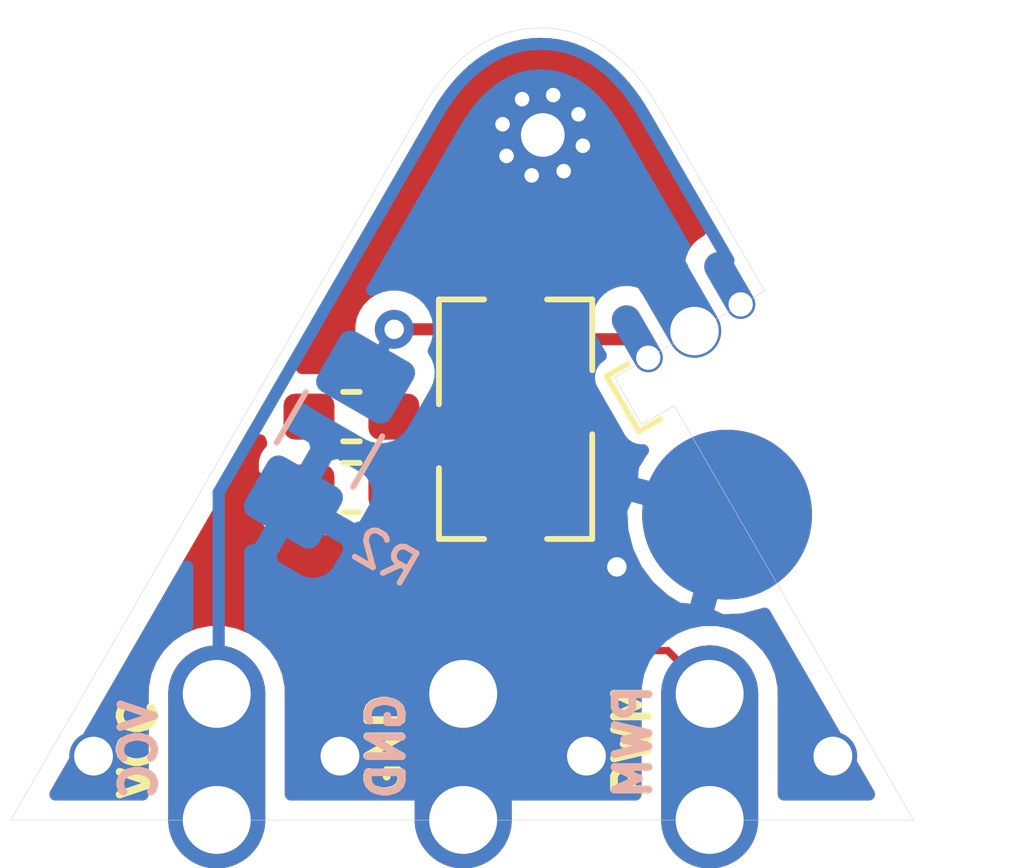
<source format=kicad_pcb>
(kicad_pcb (version 20171130) (host pcbnew 5.0.2+dfsg1-1~bpo9+1)

  (general
    (thickness 1)
    (drawings 47)
    (tracks 71)
    (zones 0)
    (modules 9)
    (nets 7)
  )

  (page User 148.488 105.004)
  (title_block
    (title Lulu_star)
    (date 2018-08-31)
    (rev 2.1.2)
    (company https://lulu.etextile.org/)
    (comment 1 "Programming light into textile.")
  )

  (layers
    (0 F.Cu jumper)
    (31 B.Cu signal)
    (32 B.Adhes user)
    (33 F.Adhes user)
    (34 B.Paste user)
    (35 F.Paste user)
    (36 B.SilkS user)
    (37 F.SilkS user)
    (38 B.Mask user)
    (39 F.Mask user)
    (40 Dwgs.User user)
    (41 Cmts.User user)
    (42 Eco1.User user)
    (43 Eco2.User user)
    (44 Edge.Cuts user)
    (45 Margin user)
    (46 B.CrtYd user)
    (47 F.CrtYd user)
    (48 B.Fab user)
    (49 F.Fab user)
  )

  (setup
    (last_trace_width 0.25)
    (trace_clearance 0.2)
    (zone_clearance 0.4)
    (zone_45_only yes)
    (trace_min 0.15)
    (segment_width 0.2)
    (edge_width 0.2)
    (via_size 0.8)
    (via_drill 0.4)
    (via_min_size 0.4)
    (via_min_drill 0.3)
    (uvia_size 0.3)
    (uvia_drill 0.1)
    (uvias_allowed no)
    (uvia_min_size 0.2)
    (uvia_min_drill 0.1)
    (pcb_text_width 0.3)
    (pcb_text_size 1.5 1.5)
    (mod_edge_width 0.15)
    (mod_text_size 1 1)
    (mod_text_width 0.15)
    (pad_size 3.5 3.5)
    (pad_drill 0)
    (pad_to_mask_clearance 0)
    (solder_mask_min_width 0.25)
    (aux_axis_origin 0 0)
    (visible_elements FFFFFF7F)
    (pcbplotparams
      (layerselection 0x010fc_ffffffff)
      (usegerberextensions false)
      (usegerberattributes false)
      (usegerberadvancedattributes false)
      (creategerberjobfile false)
      (excludeedgelayer true)
      (linewidth 0.100000)
      (plotframeref false)
      (viasonmask false)
      (mode 1)
      (useauxorigin false)
      (hpglpennumber 1)
      (hpglpenspeed 20)
      (hpglpendiameter 15.000000)
      (psnegative false)
      (psa4output false)
      (plotreference true)
      (plotvalue true)
      (plotinvisibletext false)
      (padsonsilk false)
      (subtractmaskfromsilk false)
      (outputformat 1)
      (mirror false)
      (drillshape 0)
      (scaleselection 1)
      (outputdirectory "Lulu_star_213_GERBER/"))
  )

  (net 0 "")
  (net 1 "Net-(Q1-Pad2)")
  (net 2 GND)
  (net 3 "Net-(Q1-Pad1)")
  (net 4 /PWM)
  (net 5 "Net-(LED1-Pad1)")
  (net 6 +3V3)

  (net_class Default "This is the default net class."
    (clearance 0.2)
    (trace_width 0.25)
    (via_dia 0.8)
    (via_drill 0.4)
    (uvia_dia 0.3)
    (uvia_drill 0.1)
    (add_net GND)
    (add_net "Net-(Q1-Pad2)")
  )

  (net_class POWER ""
    (clearance 0.2)
    (trace_width 0.25)
    (via_dia 0.8)
    (via_drill 0.4)
    (uvia_dia 0.3)
    (uvia_drill 0.1)
    (add_net +3V3)
    (add_net "Net-(LED1-Pad1)")
  )

  (net_class SIG ""
    (clearance 0.2)
    (trace_width 0.15)
    (via_dia 0.8)
    (via_drill 0.4)
    (uvia_dia 0.3)
    (uvia_drill 0.1)
    (add_net /PWM)
    (add_net "Net-(Q1-Pad1)")
  )

  (module Lulu_footprints:Lulu_brass_tube_pad (layer F.Cu) (tedit 5BF2A7E2) (tstamp 5BF2A494)
    (at 75.33894 39.19982 90)
    (descr www.etextile.org)
    (tags eTextile)
    (zone_connect 1)
    (attr smd)
    (fp_text reference P1 (at 0.254 1.143 90) (layer F.SilkS) hide
      (effects (font (size 1 1) (thickness 0.15)))
    )
    (fp_text value Soldering_pad (at -1.018116 -4.840572) (layer F.Fab) hide
      (effects (font (size 1 1) (thickness 0.15)))
    )
    (pad "" smd circle (at 0.01304 -0.02662 120) (size 3.5 3.5) (layers B.Cu B.Paste B.Mask)
      (net 2 GND) (zone_connect 1) (thermal_gap 0.3))
  )

  (module Resistor_SMD:R_1206_3216Metric_Pad1.42x1.75mm_HandSolder (layer B.Cu) (tedit 5BED5F9C) (tstamp 5B7F7813)
    (at 67.11696 37.63772 240)
    (descr "Resistor SMD 1206 (3216 Metric), square (rectangular) end terminal, IPC_7351 nominal with elongated pad for handsoldering. (Body size source: http://www.tortai-tech.com/upload/download/2011102023233369053.pdf), generated with kicad-footprint-generator")
    (tags "resistor handsolder")
    (path /5B7C8445)
    (attr smd)
    (fp_text reference R2 (at 1.516269 -2.209906 330) (layer B.SilkS)
      (effects (font (size 0.7 0.7) (thickness 0.12)) (justify mirror))
    )
    (fp_text value "2.7 Ohm" (at -0.68 2.52 240) (layer B.Fab)
      (effects (font (size 1 1) (thickness 0.15)) (justify mirror))
    )
    (fp_text user %R (at 0 0 240) (layer B.Fab)
      (effects (font (size 0.8 0.8) (thickness 0.12)) (justify mirror))
    )
    (fp_line (start 2.45 -1.119999) (end -2.45 -1.119999) (layer B.CrtYd) (width 0.05))
    (fp_line (start 2.45 1.119999) (end 2.45 -1.119999) (layer B.CrtYd) (width 0.05))
    (fp_line (start -2.45 1.119999) (end 2.45 1.119999) (layer B.CrtYd) (width 0.05))
    (fp_line (start -2.45 -1.119999) (end -2.45 1.119999) (layer B.CrtYd) (width 0.05))
    (fp_line (start -0.602064 -0.91) (end 0.602064 -0.91) (layer B.SilkS) (width 0.12))
    (fp_line (start -0.602064 0.91) (end 0.602064 0.91) (layer B.SilkS) (width 0.12))
    (fp_line (start 1.6 -0.8) (end -1.6 -0.8) (layer B.Fab) (width 0.1))
    (fp_line (start 1.6 0.8) (end 1.6 -0.8) (layer B.Fab) (width 0.1))
    (fp_line (start -1.6 0.8) (end 1.6 0.8) (layer B.Fab) (width 0.1))
    (fp_line (start -1.6 -0.8) (end -1.6 0.8) (layer B.Fab) (width 0.1))
    (pad 2 smd roundrect (at 1.4875 0 240) (size 1.425 1.75) (layers B.Cu B.Paste B.Mask) (roundrect_rratio 0.175)
      (net 2 GND) (zone_connect 1))
    (pad 1 smd roundrect (at -1.4875 0 240) (size 1.425 1.75) (layers B.Cu B.Paste B.Mask) (roundrect_rratio 0.175439)
      (net 1 "Net-(Q1-Pad2)"))
    (model ${KISYS3DMOD}/Resistor_SMD.3dshapes/R_1206_3216Metric.wrl
      (at (xyz 0 0 0))
      (scale (xyz 1 1 1))
      (rotate (xyz 0 0 0))
    )
  )

  (module Lulu_footprints:Lulu_plug_3_spaced (layer F.Cu) (tedit 5BEECFC5) (tstamp 5BEE91EC)
    (at 69.87286 44.1833)
    (descr www.etextile.org)
    (tags eTextile)
    (path /5B7D3F18)
    (zone_connect 0)
    (fp_text reference J1 (at 0 -2.921) (layer F.SilkS) hide
      (effects (font (size 1 1) (thickness 0.15)))
    )
    (fp_text value Conn_01x03_Female (at 0 3.175) (layer F.Fab) hide
      (effects (font (size 1 1) (thickness 0.15)))
    )
    (pad 3 smd roundrect (at 5.08 0) (size 2 4.6) (layers F.Cu F.Mask) (roundrect_rratio 0.5)
      (net 4 /PWM) (zone_connect 2))
    (pad 3 thru_hole circle (at 5.08 -1.3) (size 2 2) (drill 1.4) (layers *.Cu *.Mask)
      (net 4 /PWM) (zone_connect 2))
    (pad 3 thru_hole circle (at 5.08 1.3) (size 2 2) (drill 1.4) (layers *.Cu *.Mask)
      (net 4 /PWM) (zone_connect 2))
    (pad 2 thru_hole circle (at 0 -1.3) (size 2 2) (drill 1.4) (layers *.Cu *.Mask)
      (net 2 GND) (zone_connect 2))
    (pad 2 smd roundrect (at 0 0) (size 2 4.6) (layers F.Cu F.Mask) (roundrect_rratio 0.5)
      (net 2 GND) (zone_connect 2))
    (pad 2 thru_hole circle (at 0 1.3) (size 2 2) (drill 1.4) (layers *.Cu *.Mask)
      (net 2 GND) (zone_connect 2))
    (pad 1 smd roundrect (at -5.08 0) (size 2 4.6) (layers F.Cu F.Mask) (roundrect_rratio 0.5)
      (net 6 +3V3) (zone_connect 2))
    (pad 1 thru_hole circle (at -5.08 1.3) (size 2 2) (drill 1.4) (layers *.Cu *.Mask)
      (net 6 +3V3) (zone_connect 2))
    (pad 1 thru_hole circle (at -5.08 -1.3) (size 2 2) (drill 1.4) (layers *.Cu *.Mask)
      (net 6 +3V3) (zone_connect 2))
    (pad 3 smd roundrect (at 5.08 0) (size 2 4.6) (layers B.Cu B.Mask) (roundrect_rratio 0.5)
      (net 4 /PWM) (zone_connect 2))
    (pad 1 smd roundrect (at -5.08 0) (size 2 4.6) (layers B.Cu B.Mask) (roundrect_rratio 0.5)
      (net 6 +3V3) (zone_connect 2))
    (pad 2 smd roundrect (at 0 0) (size 2 4.6) (layers B.Cu B.Mask) (roundrect_rratio 0.5)
      (net 2 GND) (zone_connect 2))
  )

  (module Lulu_footprints:Lulu_side_LED (layer F.Cu) (tedit 5BF16F2D) (tstamp 5BF22591)
    (at 74.64 35.4 30)
    (descr "LED Cree-XP http://www.cree.com/~/media/Files/Cree/LED-Components-and-Modules/XLamp/Data-and-Binning/XLampXPE2.pdf")
    (tags "LED Cree XP")
    (path /5B7C84D4)
    (clearance 0.12)
    (attr smd)
    (fp_text reference LED1 (at 2.35166 2.831161 120) (layer F.SilkS) hide
      (effects (font (size 1 1) (thickness 0.15)))
    )
    (fp_text value LED_PAD (at 2.400901 -2.571716 -60) (layer F.Fab) hide
      (effects (font (size 1 1) (thickness 0.15)))
    )
    (fp_arc (start 0 0.6) (end -0.9 0.6) (angle -180) (layer F.Fab) (width 0.1))
    (fp_line (start -2.032 -0.1016) (end -1.524 -0.1016) (layer F.SilkS) (width 0.12))
    (fp_line (start -2.032 1.2192) (end -2.032 -0.1016) (layer F.SilkS) (width 0.12))
    (fp_line (start -1.524 1.2192) (end -2.032 1.2192) (layer F.SilkS) (width 0.12))
    (fp_line (start -1.523999 10.922) (end -1.524 -1.27) (layer F.CrtYd) (width 0.05))
    (fp_line (start 1.524 10.922) (end -1.523999 10.922) (layer F.CrtYd) (width 0.05))
    (fp_line (start 1.524 -1.27) (end 1.524 10.922) (layer F.CrtYd) (width 0.05))
    (fp_line (start -1.524 -1.27) (end 1.524 -1.27) (layer F.CrtYd) (width 0.05))
    (fp_poly (pts (xy -1.5 0) (xy 1.5 0) (xy 1.5 0.6) (xy -1.5 0.6)) (layer F.Fab) (width 0))
    (fp_poly (pts (xy -1.1 0.6) (xy 1.1 0.6) (xy 1.1 10.6) (xy -1.1 10.6)) (layer F.Fab) (width 0))
    (pad "" smd custom (at -0.685801 -5.065372 30) (size 2.48 2.48) (layers B.Cu B.Mask)
      (net 2 GND) (zone_connect 2)
      (options (clearance outline) (anchor circle))
      (primitives
        (gr_poly (pts
           (xy 1.244601 3.846172) (xy 1.244601 -0.014628) (xy 0.127001 -0.014628) (xy 0.127001 3.846172)) (width 0))
      ))
    (pad "" smd custom (at -0.685801 -5.065372 30) (size 2.48 2.48) (layers F.Cu F.Mask)
      (net 2 GND) (zone_connect 2)
      (options (clearance outline) (anchor circle))
      (primitives
        (gr_poly (pts
           (xy 1.244601 3.846172) (xy 1.244601 -0.014628) (xy 0.127001 -0.014628) (xy 0.127001 3.846172)) (width 0))
      ))
    (pad 3 thru_hole circle (at -1.5494 -5.065372 30) (size 0.4 0.4) (drill 0.3) (layers *.Cu)
      (net 2 GND))
    (pad 3 thru_hole circle (at -0.685801 -5.065372 120) (size 1 1) (drill 0.9) (layers *.Cu)
      (net 2 GND))
    (pad 2 thru_hole oval (at 1.1 0 30) (size 0.6 1.5) (drill 0.5 (offset 0 -0.45)) (layers *.Cu *.Mask)
      (net 6 +3V3) (zone_connect 0))
    (pad 1 thru_hole oval (at -1.1 0 30) (size 0.6 1.5) (drill 0.5 (offset 0 -0.45)) (layers *.Cu *.Mask)
      (net 5 "Net-(LED1-Pad1)") (zone_connect 0))
    (pad 3 thru_hole oval (at 0 0 30) (size 1.1 2.3) (drill 1 (offset 0 -0.6)) (layers *.Cu *.Mask)
      (net 2 GND) (zone_connect 2))
    (pad 3 thru_hole circle (at 0.1651 -5.065372 30) (size 0.4 0.4) (drill 0.3) (layers *.Cu)
      (net 2 GND))
    (pad 3 thru_hole circle (at -0.6858 -4.2037 30) (size 0.4 0.4) (drill 0.3) (layers *.Cu)
      (net 2 GND))
    (pad 3 thru_hole circle (at -0.6858 -5.9182 30) (size 0.4 0.4) (drill 0.3) (layers *.Cu)
      (net 2 GND))
    (pad 3 thru_hole circle (at -0.089111 -5.670244 75) (size 0.4 0.4) (drill 0.3) (layers *.Cu)
      (net 2 GND))
    (pad 3 thru_hole circle (at -1.301445 -4.45791 75) (size 0.4 0.4) (drill 0.3) (layers *.Cu)
      (net 2 GND))
    (pad 3 thru_hole circle (at -0.081493 -4.459272 75) (size 0.4 0.4) (drill 0.3) (layers *.Cu)
      (net 2 GND))
    (pad 3 thru_hole circle (at -1.293827 -5.671606 75) (size 0.4 0.4) (drill 0.3) (layers *.Cu)
      (net 2 GND))
    (model /home/chevrette/Bureau/Lulu/Hardware/kicad_Lulu_star/Lulu_star_212/packages3D/Lulu_LED_tube.wrl
      (at (xyz 0 0 0))
      (scale (xyz 1 1 1))
      (rotate (xyz 0 0 0))
    )
    (model ${KIPRJMOD}/packages3D/Lulu_LED_tube.wrl
      (at (xyz 0 0 0))
      (scale (xyz 1 1 1))
      (rotate (xyz 0 0 0))
    )
  )

  (module Resistor_SMD:R_0603_1608Metric_Pad1.05x0.95mm_HandSolder (layer F.Cu) (tedit 5BF27034) (tstamp 5B90CFCC)
    (at 67.56908 38.62832 180)
    (descr "Resistor SMD 0603 (1608 Metric), square (rectangular) end terminal, IPC_7351 nominal with elongated pad for handsoldering. (Body size source: http://www.tortai-tech.com/upload/download/2011102023233369053.pdf), generated with kicad-footprint-generator")
    (tags "resistor handsolder")
    (path /5B90D0C4)
    (attr smd)
    (fp_text reference R3 (at 0 -1.43 180) (layer F.SilkS) hide
      (effects (font (size 1 1) (thickness 0.15)))
    )
    (fp_text value 10K (at 4.83616 0.01524 180) (layer F.Fab)
      (effects (font (size 1 1) (thickness 0.15)))
    )
    (fp_line (start -0.8 0.4) (end -0.8 -0.4) (layer F.Fab) (width 0.1))
    (fp_line (start -0.8 -0.4) (end 0.8 -0.4) (layer F.Fab) (width 0.1))
    (fp_line (start 0.8 -0.4) (end 0.8 0.4) (layer F.Fab) (width 0.1))
    (fp_line (start 0.8 0.4) (end -0.8 0.4) (layer F.Fab) (width 0.1))
    (fp_line (start -0.171267 -0.51) (end 0.171267 -0.51) (layer F.SilkS) (width 0.12))
    (fp_line (start -0.171267 0.51) (end 0.171267 0.51) (layer F.SilkS) (width 0.12))
    (fp_line (start -1.65 0.73) (end -1.65 -0.73) (layer F.CrtYd) (width 0.05))
    (fp_line (start -1.65 -0.73) (end 1.65 -0.73) (layer F.CrtYd) (width 0.05))
    (fp_line (start 1.65 -0.73) (end 1.65 0.73) (layer F.CrtYd) (width 0.05))
    (fp_line (start 1.65 0.73) (end -1.65 0.73) (layer F.CrtYd) (width 0.05))
    (fp_text user %R (at -0.0635 0.0635 180) (layer F.Fab)
      (effects (font (size 0.4 0.4) (thickness 0.06)))
    )
    (pad 1 smd roundrect (at -0.875 0 180) (size 1.05 0.95) (layers F.Cu F.Paste F.Mask) (roundrect_rratio 0.25)
      (net 4 /PWM))
    (pad 2 smd roundrect (at 0.875 0 180) (size 1.05 0.95) (layers F.Cu F.Paste F.Mask) (roundrect_rratio 0.25)
      (net 2 GND) (zone_connect 1))
    (model ${KISYS3DMOD}/Resistor_SMD.3dshapes/R_0603_1608Metric.wrl
      (at (xyz 0 0 0))
      (scale (xyz 1 1 1))
      (rotate (xyz 0 0 0))
    )
  )

  (module Package_TO_SOT_SMD:SOT-23 (layer F.Cu) (tedit 5BD38C73) (tstamp 5B7F784E)
    (at 70.95236 38.92804 270)
    (descr "SOT-23, Standard")
    (tags SOT-23)
    (path /5B7C8DF6)
    (attr smd)
    (fp_text reference T1 (at 0 -2.5 270) (layer F.SilkS) hide
      (effects (font (size 1 1) (thickness 0.15)))
    )
    (fp_text value Q_NPN_BEC (at 0 2.5 270) (layer F.Fab) hide
      (effects (font (size 1 1) (thickness 0.15)))
    )
    (fp_text user %R (at 0 0) (layer F.Fab)
      (effects (font (size 0.5 0.5) (thickness 0.075)))
    )
    (fp_line (start -0.7 -0.95) (end -0.7 1.5) (layer F.Fab) (width 0.1))
    (fp_line (start -0.15 -1.52) (end 0.7 -1.52) (layer F.Fab) (width 0.1))
    (fp_line (start -0.7 -0.95) (end -0.15 -1.52) (layer F.Fab) (width 0.1))
    (fp_line (start 0.7 -1.52) (end 0.7 1.52) (layer F.Fab) (width 0.1))
    (fp_line (start -0.7 1.52) (end 0.7 1.52) (layer F.Fab) (width 0.1))
    (fp_line (start 0.76 1.58) (end 0.76 0.65) (layer F.SilkS) (width 0.12))
    (fp_line (start 0.76 -1.58) (end 0.76 -0.65) (layer F.SilkS) (width 0.12))
    (fp_line (start -1.7 -1.75) (end 1.7 -1.75) (layer F.CrtYd) (width 0.05))
    (fp_line (start 1.7 -1.75) (end 1.7 1.75) (layer F.CrtYd) (width 0.05))
    (fp_line (start 1.7 1.75) (end -1.7 1.75) (layer F.CrtYd) (width 0.05))
    (fp_line (start -1.7 1.75) (end -1.7 -1.75) (layer F.CrtYd) (width 0.05))
    (fp_line (start 0.76 -1.58) (end -1.4 -1.58) (layer F.SilkS) (width 0.12))
    (fp_line (start 0.76 1.58) (end -0.7 1.58) (layer F.SilkS) (width 0.12))
    (pad 1 smd rect (at -1 -0.95 270) (size 0.9 0.8) (layers F.Cu F.Paste F.Mask)
      (net 1 "Net-(Q1-Pad2)"))
    (pad 2 smd rect (at -1 0.95 270) (size 0.9 0.8) (layers F.Cu F.Paste F.Mask)
      (net 2 GND) (zone_connect 1))
    (pad 3 smd rect (at 1 0 270) (size 0.9 0.8) (layers F.Cu F.Paste F.Mask)
      (net 3 "Net-(Q1-Pad1)"))
    (model ${KISYS3DMOD}/Package_TO_SOT_SMD.3dshapes/SOT-23.wrl
      (at (xyz 0 0 0))
      (scale (xyz 1 1 1))
      (rotate (xyz 0 0 0))
    )
  )

  (module Package_TO_SOT_SMD:SOT-23 (layer F.Cu) (tedit 5A02FF57) (tstamp 5B7F7839)
    (at 70.95236 35.508519 90)
    (descr "SOT-23, Standard")
    (tags SOT-23)
    (path /5B7C8ADD)
    (attr smd)
    (fp_text reference Q1 (at -0.0254 2.4892 90) (layer F.SilkS) hide
      (effects (font (size 1 1) (thickness 0.15)))
    )
    (fp_text value Q_NMOS_GSD (at 0 2.5 90) (layer F.Fab) hide
      (effects (font (size 1 1) (thickness 0.15)))
    )
    (fp_line (start 0.76 1.58) (end -0.7 1.58) (layer F.SilkS) (width 0.12))
    (fp_line (start 0.76 -1.58) (end -1.4 -1.58) (layer F.SilkS) (width 0.12))
    (fp_line (start -1.7 1.75) (end -1.7 -1.75) (layer F.CrtYd) (width 0.05))
    (fp_line (start 1.7 1.75) (end -1.7 1.75) (layer F.CrtYd) (width 0.05))
    (fp_line (start 1.7 -1.75) (end 1.7 1.75) (layer F.CrtYd) (width 0.05))
    (fp_line (start -1.7 -1.75) (end 1.7 -1.75) (layer F.CrtYd) (width 0.05))
    (fp_line (start 0.76 -1.58) (end 0.76 -0.65) (layer F.SilkS) (width 0.12))
    (fp_line (start 0.76 1.58) (end 0.76 0.65) (layer F.SilkS) (width 0.12))
    (fp_line (start -0.7 1.52) (end 0.7 1.52) (layer F.Fab) (width 0.1))
    (fp_line (start 0.7 -1.52) (end 0.7 1.52) (layer F.Fab) (width 0.1))
    (fp_line (start -0.7 -0.95) (end -0.15 -1.52) (layer F.Fab) (width 0.1))
    (fp_line (start -0.15 -1.52) (end 0.7 -1.52) (layer F.Fab) (width 0.1))
    (fp_line (start -0.7 -0.95) (end -0.7 1.5) (layer F.Fab) (width 0.1))
    (fp_text user %R (at 0 0 180) (layer F.Fab)
      (effects (font (size 0.5 0.5) (thickness 0.075)))
    )
    (pad 3 smd rect (at 1 0 90) (size 0.9 0.8) (layers F.Cu F.Paste F.Mask)
      (net 5 "Net-(LED1-Pad1)"))
    (pad 2 smd rect (at -1 0.95 90) (size 0.9 0.8) (layers F.Cu F.Paste F.Mask)
      (net 1 "Net-(Q1-Pad2)"))
    (pad 1 smd rect (at -1 -0.95 90) (size 0.9 0.8) (layers F.Cu F.Paste F.Mask)
      (net 3 "Net-(Q1-Pad1)"))
    (model ${KISYS3DMOD}/Package_TO_SOT_SMD.3dshapes/SOT-23.wrl
      (at (xyz 0 0 0))
      (scale (xyz 1 1 1))
      (rotate (xyz 0 0 0))
    )
  )

  (module Resistor_SMD:R_0603_1608Metric_Pad1.05x0.95mm_HandSolder (layer F.Cu) (tedit 5BF27046) (tstamp 5B7F7824)
    (at 67.56908 37.16528 180)
    (descr "Resistor SMD 0603 (1608 Metric), square (rectangular) end terminal, IPC_7351 nominal with elongated pad for handsoldering. (Body size source: http://www.tortai-tech.com/upload/download/2011102023233369053.pdf), generated with kicad-footprint-generator")
    (tags "resistor handsolder")
    (path /5B7CC755)
    (attr smd)
    (fp_text reference R1 (at -0.47 1.422 180) (layer F.SilkS) hide
      (effects (font (size 1 1) (thickness 0.15)))
    )
    (fp_text value 47K (at 3.93192 0.03556 180) (layer F.Fab)
      (effects (font (size 1 1) (thickness 0.15)))
    )
    (fp_line (start -0.8 0.4) (end -0.8 -0.4) (layer F.Fab) (width 0.1))
    (fp_line (start -0.8 -0.4) (end 0.8 -0.4) (layer F.Fab) (width 0.1))
    (fp_line (start 0.8 -0.4) (end 0.8 0.4) (layer F.Fab) (width 0.1))
    (fp_line (start 0.8 0.4) (end -0.8 0.4) (layer F.Fab) (width 0.1))
    (fp_line (start -0.171267 -0.51) (end 0.171267 -0.51) (layer F.SilkS) (width 0.12))
    (fp_line (start -0.171267 0.51) (end 0.171267 0.51) (layer F.SilkS) (width 0.12))
    (fp_line (start -1.65 0.73) (end -1.65 -0.73) (layer F.CrtYd) (width 0.05))
    (fp_line (start -1.65 -0.73) (end 1.65 -0.73) (layer F.CrtYd) (width 0.05))
    (fp_line (start 1.65 -0.73) (end 1.65 0.73) (layer F.CrtYd) (width 0.05))
    (fp_line (start 1.65 0.73) (end -1.65 0.73) (layer F.CrtYd) (width 0.05))
    (fp_text user %R (at 0 0 180) (layer F.Fab)
      (effects (font (size 0.4 0.4) (thickness 0.06)))
    )
    (pad 1 smd roundrect (at -0.875 0 180) (size 1.05 0.95) (layers F.Cu F.Paste F.Mask) (roundrect_rratio 0.25)
      (net 3 "Net-(Q1-Pad1)"))
    (pad 2 smd roundrect (at 0.875 0 180) (size 1.05 0.95) (layers F.Cu F.Paste F.Mask) (roundrect_rratio 0.25)
      (net 4 /PWM))
    (model ${KISYS3DMOD}/Resistor_SMD.3dshapes/R_0603_1608Metric.wrl
      (at (xyz 0 0 0))
      (scale (xyz 1 1 1))
      (rotate (xyz 0 0 0))
    )
  )

  (module Lulu_footprints:Lulu_brass_tube_pad (layer F.Cu) (tedit 5BF2A7EE) (tstamp 5BF2111C)
    (at 75.31232 39.18678 90)
    (descr www.etextile.org)
    (tags eTextile)
    (zone_connect 1)
    (attr smd)
    (fp_text reference P1 (at 0.254 1.143 90) (layer F.SilkS) hide
      (effects (font (size 1 1) (thickness 0.15)))
    )
    (fp_text value Soldering_pad (at -1.018116 -4.840572) (layer F.Fab) hide
      (effects (font (size 1 1) (thickness 0.15)))
    )
    (pad "" smd circle (at 0 0 120) (size 3.5 3.5) (layers F.Cu F.Paste F.Mask)
      (net 2 GND) (zone_connect 1) (thermal_gap 0.3))
  )

  (gr_text PWM (at 73.36538 43.86458 90) (layer F.SilkS) (tstamp 5BF345D2)
    (effects (font (size 0.7 0.7) (thickness 0.16)))
  )
  (gr_text VCC (at 63.17538 44.02458 90) (layer F.SilkS) (tstamp 5BF345D1)
    (effects (font (size 0.7 0.7) (thickness 0.16)))
  )
  (gr_text GND (at 68.28038 43.957914 90) (layer F.SilkS) (tstamp 5BF345D0)
    (effects (font (size 0.7 0.7) (thickness 0.16)))
  )
  (gr_line (start 69.8612 29.76223) (end 70.0072 29.64479) (layer Edge.Cuts) (width 0.01))
  (gr_line (start 73.07349 29.76103) (end 73.21174 29.88726) (layer Edge.Cuts) (width 0.01))
  (gr_line (start 72.92783 29.64359) (end 73.07349 29.76103) (layer Edge.Cuts) (width 0.01))
  (gr_line (start 71.68037 29.15572) (end 71.88352 29.18212) (layer Edge.Cuts) (width 0.01))
  (gr_line (start 71.05258 29.18212) (end 71.25573 29.15572) (layer Edge.Cuts) (width 0.01))
  (gr_line (start 70.16133 29.53682) (end 70.32285 29.43972) (layer Edge.Cuts) (width 0.01))
  (gr_line (start 70.67097 29.28272) (end 70.85753 29.22482) (layer Edge.Cuts) (width 0.01))
  (gr_line (start 70.32285 29.43972) (end 70.4925 29.35472) (layer Edge.Cuts) (width 0.01))
  (gr_line (start 72.26442 29.28272) (end 72.44252 29.35472) (layer Edge.Cuts) (width 0.01))
  (gr_line (start 71.25573 29.15572) (end 71.46805 29.14672) (layer Edge.Cuts) (width 0.01))
  (gr_line (start 76.08748 34.57134) (end 72.99546 36.35666) (layer Edge.Cuts) (width 0.01))
  (gr_line (start 73.55024 37.32972) (end 74.22282 36.94106) (layer Edge.Cuts) (width 0.01))
  (gr_line (start 72.77405 29.53602) (end 72.92783 29.64359) (layer Edge.Cuts) (width 0.01))
  (gr_line (start 70.0072 29.64479) (end 70.16133 29.53682) (layer Edge.Cuts) (width 0.01))
  (gr_line (start 69.59204 30.02214) (end 69.72294 29.88846) (layer Edge.Cuts) (width 0.01))
  (gr_line (start 70.4925 29.35472) (end 70.67097 29.28272) (layer Edge.Cuts) (width 0.01))
  (gr_line (start 73.68923 30.45687) (end 73.79013 30.61028) (layer Edge.Cuts) (width 0.01))
  (gr_line (start 72.07855 29.22482) (end 72.26442 29.28272) (layer Edge.Cuts) (width 0.01))
  (gr_line (start 70.85753 29.22482) (end 71.05258 29.18212) (layer Edge.Cuts) (width 0.01))
  (gr_line (start 72.61217 29.43932) (end 72.77405 29.53602) (layer Edge.Cuts) (width 0.01))
  (gr_line (start 73.58059 30.30697) (end 73.68923 30.45687) (layer Edge.Cuts) (width 0.01))
  (gr_line (start 73.34225 30.02094) (end 73.46528 30.16131) (layer Edge.Cuts) (width 0.01))
  (gr_line (start 73.88423 30.76582) (end 76.08748 34.57134) (layer Edge.Cuts) (width 0.01))
  (gr_line (start 73.46528 30.16131) (end 73.58059 30.30697) (layer Edge.Cuts) (width 0.01))
  (gr_line (start 72.44252 29.35472) (end 72.61217 29.43932) (layer Edge.Cuts) (width 0.01))
  (gr_line (start 72.99546 36.35666) (end 73.55024 37.32972) (layer Edge.Cuts) (width 0.01))
  (gr_line (start 60.54638 45.48792) (end 69.05008 30.76771) (layer Edge.Cuts) (width 0.01))
  (gr_line (start 69.05008 30.76771) (end 69.14388 30.61217) (layer Edge.Cuts) (width 0.01))
  (gr_line (start 79.1571 45.48792) (end 60.54638 45.48792) (layer Edge.Cuts) (width 0.01))
  (gr_line (start 69.14388 30.61217) (end 69.24506 30.45876) (layer Edge.Cuts) (width 0.01))
  (gr_line (start 69.24506 30.45876) (end 69.3533 30.30852) (layer Edge.Cuts) (width 0.01))
  (gr_line (start 74.22282 36.94106) (end 79.1571 45.48792) (layer Edge.Cuts) (width 0.01))
  (gr_line (start 69.3533 30.30852) (end 69.469 30.1625) (layer Edge.Cuts) (width 0.01))
  (gr_line (start 69.72294 29.88846) (end 69.8612 29.76223) (layer Edge.Cuts) (width 0.01))
  (gr_line (start 73.79013 30.61028) (end 73.88423 30.76582) (layer Edge.Cuts) (width 0.01))
  (gr_line (start 71.46805 29.14672) (end 71.68037 29.15572) (layer Edge.Cuts) (width 0.01))
  (gr_line (start 73.21174 29.88726) (end 73.34225 30.02094) (layer Edge.Cuts) (width 0.01))
  (gr_line (start 71.88352 29.18212) (end 72.07855 29.22482) (layer Edge.Cuts) (width 0.01))
  (gr_line (start 69.469 30.1625) (end 69.59204 30.02214) (layer Edge.Cuts) (width 0.01))
  (gr_text VCC (at 63.18808 44.03474 90) (layer B.SilkS) (tstamp 5BD1B52A)
    (effects (font (size 0.7 0.7) (thickness 0.16)) (justify mirror))
  )
  (gr_text PWM (at 73.37808 43.87474 90) (layer B.SilkS) (tstamp 5BD1B4CF)
    (effects (font (size 0.7 0.7) (thickness 0.16)) (justify mirror))
  )
  (gr_text GND (at 68.29308 43.968074 90) (layer B.SilkS) (tstamp 5B8DA57E)
    (effects (font (size 0.7 0.7) (thickness 0.16)) (justify mirror))
  )
  (gr_text V.213 (at 71.7042 36.6141 120) (layer B.Mask)
    (effects (font (size 0.9 0.9) (thickness 0.225)) (justify mirror))
  )
  (gr_text Lulu (at 70.90664 39.80688 120) (layer B.Mask)
    (effects (font (size 2 2) (thickness 0.4)) (justify mirror))
  )

  (segment (start 71.90236 36.508519) (end 71.90236 37.92804) (width 0.25) (layer F.Cu) (net 1))
  (segment (start 71.437362 36.508519) (end 71.90236 36.508519) (width 0.25) (layer F.Cu) (net 1))
  (via (at 68.45046 35.36442) (size 0.8) (drill 0.4) (layers F.Cu B.Cu) (net 1))
  (segment (start 68.45046 35.36442) (end 68.62064 35.19424) (width 0.25) (layer F.Cu) (net 1))
  (segment (start 68.45046 35.36442) (end 67.86071 36.349507) (width 0.25) (layer B.Cu) (net 1))
  (segment (start 70.293263 35.36442) (end 68.45046 35.36442) (width 0.25) (layer F.Cu) (net 1))
  (segment (start 71.437362 36.508519) (end 70.293263 35.36442) (width 0.25) (layer F.Cu) (net 1))
  (via (at 67.33286 44.1673) (size 1) (drill 0.8) (layers F.Cu B.Cu) (net 2))
  (via (at 77.49286 44.1673) (size 1) (drill 0.8) (layers F.Cu B.Cu) (net 2))
  (via (at 62.25286 44.1673) (size 1) (drill 0.8) (layers F.Cu B.Cu) (net 2))
  (via (at 72.41286 44.1673) (size 1) (drill 0.8) (layers F.Cu B.Cu) (net 2))
  (via (at 73.04024 40.26408) (size 0.8) (drill 0.4) (layers F.Cu B.Cu) (net 2))
  (segment (start 69.886706 36.508519) (end 70.00236 36.508519) (width 0.15) (layer F.Cu) (net 3))
  (segment (start 70.00236 36.508519) (end 70.00236 36.558519) (width 0.15) (layer F.Cu) (net 3))
  (segment (start 70.95236 39.32804) (end 70.95236 39.92804) (width 0.15) (layer F.Cu) (net 3))
  (segment (start 70.95236 36.908519) (end 70.95236 39.32804) (width 0.15) (layer F.Cu) (net 3))
  (segment (start 70.00236 36.508519) (end 70.55236 36.508519) (width 0.15) (layer F.Cu) (net 3))
  (segment (start 70.55236 36.508519) (end 70.95236 36.908519) (width 0.15) (layer F.Cu) (net 3))
  (segment (start 69.345599 37.16528) (end 70.00236 36.508519) (width 0.15) (layer F.Cu) (net 3))
  (segment (start 68.44408 37.16528) (end 69.345599 37.16528) (width 0.15) (layer F.Cu) (net 3))
  (segment (start 66.69408 37.16528) (end 67.42306 37.89426) (width 0.15) (layer F.Cu) (net 4))
  (segment (start 67.71002 37.89426) (end 68.44408 38.62832) (width 0.15) (layer F.Cu) (net 4))
  (segment (start 67.42306 37.89426) (end 67.71002 37.89426) (width 0.15) (layer F.Cu) (net 4))
  (segment (start 68.44408 40.26024) (end 68.44408 38.62832) (width 0.15) (layer F.Cu) (net 4))
  (segment (start 70.57898 41.56964) (end 69.75348 41.56964) (width 0.15) (layer F.Cu) (net 4))
  (segment (start 71.00062 41.99128) (end 70.57898 41.56964) (width 0.15) (layer F.Cu) (net 4))
  (segment (start 74.9935 42.896) (end 74.08878 41.99128) (width 0.15) (layer F.Cu) (net 4))
  (segment (start 69.75348 41.56964) (end 68.44408 40.26024) (width 0.15) (layer F.Cu) (net 4))
  (segment (start 74.08878 41.99128) (end 71.00062 41.99128) (width 0.15) (layer F.Cu) (net 4))
  (segment (start 71.45258 35.57) (end 73.43 35.57) (width 0.25) (layer F.Cu) (net 5))
  (segment (start 70.95236 34.508519) (end 70.95236 35.06978) (width 0.25) (layer F.Cu) (net 5))
  (segment (start 70.95236 35.06978) (end 71.45258 35.57) (width 0.25) (layer F.Cu) (net 5))
  (segment (start 65.398 43.758) (end 65.398 42.488) (width 0.25) (layer F.Cu) (net 6))
  (segment (start 70.205505 29.9088) (end 70.341245 29.813712) (width 0.25) (layer B.Cu) (net 6))
  (segment (start 70.341245 29.813712) (end 70.482004 29.729093) (width 0.25) (layer B.Cu) (net 6))
  (segment (start 70.08 30.01) (end 70.08 30.009754) (width 0.25) (layer B.Cu) (net 6))
  (segment (start 70.62838 29.655754) (end 70.642645 29.65) (width 0.25) (layer B.Cu) (net 6))
  (segment (start 70.482004 29.729093) (end 70.62838 29.655754) (width 0.25) (layer B.Cu) (net 6))
  (segment (start 70.08 30.009754) (end 70.205505 29.9088) (width 0.25) (layer B.Cu) (net 6))
  (segment (start 73.600221 30.933911) (end 75.34063 33.94) (width 0.25) (layer B.Cu) (net 6))
  (segment (start 73.317491 30.506305) (end 73.417635 30.644482) (width 0.25) (layer B.Cu) (net 6))
  (segment (start 73.099912 30.245121) (end 73.211663 30.372621) (width 0.25) (layer B.Cu) (net 6))
  (segment (start 72.982233 30.124584) (end 73.099912 30.245121) (width 0.25) (layer B.Cu) (net 6))
  (segment (start 73.417635 30.644482) (end 73.510978 30.786401) (width 0.25) (layer B.Cu) (net 6))
  (segment (start 71.284049 29.484824) (end 71.46805 29.477026) (width 0.25) (layer B.Cu) (net 6))
  (segment (start 71.826868 29.507543) (end 71.994029 29.544141) (width 0.25) (layer B.Cu) (net 6))
  (segment (start 71.109236 29.507541) (end 71.284049 29.484824) (width 0.25) (layer B.Cu) (net 6))
  (segment (start 70.941877 29.544179) (end 71.109236 29.507541) (width 0.25) (layer B.Cu) (net 6))
  (segment (start 70.781806 29.593858) (end 70.941877 29.544179) (width 0.25) (layer B.Cu) (net 6))
  (segment (start 70.65 29.65) (end 70.654974 29.645026) (width 0.25) (layer B.Cu) (net 6))
  (segment (start 73.211663 30.372621) (end 73.317491 30.506305) (width 0.25) (layer B.Cu) (net 6))
  (segment (start 70.654974 29.645026) (end 70.781806 29.593858) (width 0.25) (layer B.Cu) (net 6))
  (segment (start 72.729458 29.907562) (end 72.85845 30.011563) (width 0.25) (layer B.Cu) (net 6))
  (segment (start 73.510978 30.786401) (end 73.600221 30.933911) (width 0.25) (layer B.Cu) (net 6))
  (segment (start 71.46805 29.477026) (end 71.652057 29.484826) (width 0.25) (layer B.Cu) (net 6))
  (segment (start 71.652057 29.484826) (end 71.826868 29.507543) (width 0.25) (layer B.Cu) (net 6))
  (segment (start 71.994029 29.544141) (end 72.153305 29.593757) (width 0.25) (layer B.Cu) (net 6))
  (segment (start 72.453688 29.729056) (end 72.594625 29.813246) (width 0.25) (layer B.Cu) (net 6))
  (segment (start 72.153305 29.593757) (end 72.306835 29.655824) (width 0.25) (layer B.Cu) (net 6))
  (segment (start 72.306835 29.655824) (end 72.453688 29.729056) (width 0.25) (layer B.Cu) (net 6))
  (segment (start 72.594625 29.813246) (end 72.729458 29.907562) (width 0.25) (layer B.Cu) (net 6))
  (segment (start 72.85845 30.011563) (end 72.982233 30.124584) (width 0.25) (layer B.Cu) (net 6))
  (segment (start 64.8335 38.72649) (end 69.334295 30.935453) (width 0.25) (layer B.Cu) (net 6))
  (segment (start 64.8335 44.196) (end 64.8335 38.72649) (width 0.25) (layer B.Cu) (net 6))
  (segment (start 69.423032 30.788308) (end 69.516796 30.646142) (width 0.25) (layer B.Cu) (net 6))
  (segment (start 69.516796 30.646142) (end 69.616639 30.507557) (width 0.25) (layer B.Cu) (net 6))
  (segment (start 69.952266 30.125949) (end 70.076089 30.0129) (width 0.25) (layer B.Cu) (net 6))
  (segment (start 69.334295 30.935453) (end 69.423032 30.788308) (width 0.25) (layer B.Cu) (net 6))
  (segment (start 69.616639 30.507557) (end 69.722563 30.373875) (width 0.25) (layer B.Cu) (net 6))
  (segment (start 69.722563 30.373875) (end 69.834202 30.24652) (width 0.25) (layer B.Cu) (net 6))
  (segment (start 69.834202 30.24652) (end 69.952266 30.125949) (width 0.25) (layer B.Cu) (net 6))

  (zone (net 2) (net_name GND) (layer F.Cu) (tstamp 5BF2B746) (hatch none 0.508)
    (connect_pads yes (clearance 0.4))
    (min_thickness 0.254)
    (fill yes (arc_segments 32) (thermal_gap 0.508) (thermal_bridge_width 0.508) (smoothing fillet))
    (polygon
      (pts
        (xy 79.375 45.72) (xy 79.375 28.57246) (xy 60.325 28.57246) (xy 60.325 45.72)
      )
    )
    (filled_polygon
      (pts
        (xy 73.075906 37.571868) (xy 73.087389 37.597185) (xy 73.116911 37.638349) (xy 73.146419 37.680003) (xy 73.147559 37.681082)
        (xy 73.148463 37.682343) (xy 73.185461 37.716969) (xy 73.222516 37.752054) (xy 73.223838 37.752886) (xy 73.224976 37.753951)
        (xy 73.26813 37.780763) (xy 73.311206 37.807874) (xy 73.312664 37.808432) (xy 73.313989 37.809255) (xy 73.361569 37.827142)
        (xy 73.409082 37.84532) (xy 73.410621 37.845583) (xy 73.412082 37.846132) (xy 73.462268 37.854397) (xy 73.512384 37.862951)
        (xy 73.513944 37.862908) (xy 73.515484 37.863162) (xy 73.566281 37.86148) (xy 73.576233 37.861208) (xy 73.55208 37.887988)
        (xy 73.368935 38.18251) (xy 73.339054 38.526565) (xy 74.740696 38.902134) (xy 74.920291 39.213217) (xy 73.273314 38.77191)
        (xy 73.127164 39.084811) (xy 73.149258 39.513072) (xy 73.254477 39.928796) (xy 73.438778 40.316003) (xy 73.695078 40.659815)
        (xy 74.013528 40.94702) (xy 74.30805 41.130165) (xy 74.652105 41.160046) (xy 75.093408 39.51308) (xy 75.273011 39.824176)
        (xy 74.89745 41.225786) (xy 75.210351 41.371936) (xy 75.638612 41.349842) (xy 76.054336 41.244623) (xy 76.084716 41.230163)
        (xy 78.235672 44.95592) (xy 76.48241 44.95592) (xy 76.48241 42.8833) (xy 76.47986 42.85741) (xy 76.47986 42.732904)
        (xy 76.45557 42.610786) (xy 76.45302 42.5849) (xy 76.44547 42.560011) (xy 76.421179 42.43789) (xy 76.37353 42.322855)
        (xy 76.36598 42.297967) (xy 76.353719 42.275028) (xy 76.30607 42.159994) (xy 76.236898 42.05647) (xy 76.224635 42.033528)
        (xy 76.208133 42.01342) (xy 76.138959 41.909894) (xy 76.05091 41.821845) (xy 76.034415 41.801746) (xy 76.014316 41.785251)
        (xy 75.926266 41.697201) (xy 75.822739 41.628027) (xy 75.802633 41.611526) (xy 75.779693 41.599264) (xy 75.676166 41.53009)
        (xy 75.561128 41.482439) (xy 75.538194 41.470181) (xy 75.513311 41.462633) (xy 75.39827 41.414981) (xy 75.276143 41.390689)
        (xy 75.251261 41.383141) (xy 75.225383 41.380592) (xy 75.103256 41.3563) (xy 74.978741 41.3563) (xy 74.952861 41.353751)
        (xy 74.952859 41.353751) (xy 74.926979 41.3563) (xy 74.802464 41.3563) (xy 74.680337 41.380592) (xy 74.654459 41.383141)
        (xy 74.629577 41.390689) (xy 74.50745 41.414981) (xy 74.392409 41.462633) (xy 74.382455 41.465652) (xy 74.32027 41.432414)
        (xy 74.206792 41.397991) (xy 74.118346 41.38928) (xy 74.118336 41.38928) (xy 74.08878 41.386369) (xy 74.059224 41.38928)
        (xy 71.249976 41.38928) (xy 71.025568 41.164873) (xy 71.006717 41.141903) (xy 70.915051 41.066674) (xy 70.81047 41.010774)
        (xy 70.696992 40.976351) (xy 70.608546 40.96764) (xy 70.608536 40.96764) (xy 70.57898 40.964729) (xy 70.549424 40.96764)
        (xy 70.002837 40.96764) (xy 69.04608 40.010885) (xy 69.04608 39.563276) (xy 69.15773 39.503598) (xy 69.273966 39.408206)
        (xy 69.369358 39.29197) (xy 69.440241 39.159357) (xy 69.48389 39.015464) (xy 69.485199 39.002175) (xy 69.539818 39.01304)
        (xy 69.71661 39.01304) (xy 69.87536 38.85429) (xy 69.87536 38.05504) (xy 69.85536 38.05504) (xy 69.85536 37.80104)
        (xy 69.87536 37.80104) (xy 69.87536 37.78104) (xy 70.12936 37.78104) (xy 70.12936 37.80104) (xy 70.14936 37.80104)
        (xy 70.14936 38.05504) (xy 70.12936 38.05504) (xy 70.12936 38.85429) (xy 70.28811 39.01304) (xy 70.304361 39.01304)
        (xy 70.258158 39.037736) (xy 70.177912 39.103592) (xy 70.112056 39.183838) (xy 70.063121 39.27539) (xy 70.032986 39.37473)
        (xy 70.022811 39.47804) (xy 70.022811 40.37804) (xy 70.032986 40.48135) (xy 70.063121 40.58069) (xy 70.112056 40.672242)
        (xy 70.177912 40.752488) (xy 70.258158 40.818344) (xy 70.34971 40.867279) (xy 70.44905 40.897414) (xy 70.55236 40.907589)
        (xy 71.35236 40.907589) (xy 71.45567 40.897414) (xy 71.55501 40.867279) (xy 71.646562 40.818344) (xy 71.726808 40.752488)
        (xy 71.792664 40.672242) (xy 71.841599 40.58069) (xy 71.871734 40.48135) (xy 71.881909 40.37804) (xy 71.881909 39.47804)
        (xy 71.871734 39.37473) (xy 71.841599 39.27539) (xy 71.792664 39.183838) (xy 71.726808 39.103592) (xy 71.646562 39.037736)
        (xy 71.55501 38.988801) (xy 71.55436 38.988604) (xy 71.55436 38.907589) (xy 72.30236 38.907589) (xy 72.40567 38.897414)
        (xy 72.50501 38.867279) (xy 72.596562 38.818344) (xy 72.676808 38.752488) (xy 72.742664 38.672242) (xy 72.791599 38.58069)
        (xy 72.821734 38.48135) (xy 72.831909 38.37804) (xy 72.831909 37.47804) (xy 72.821734 37.37473) (xy 72.791599 37.27539)
        (xy 72.761073 37.21828) (xy 72.791599 37.161169) (xy 72.809016 37.103754)
      )
    )
    (filled_polygon
      (pts
        (xy 65.697919 37.696317) (xy 65.708417 37.715957) (xy 65.675843 37.748531) (xy 65.60635 37.852535) (xy 65.558483 37.968097)
        (xy 65.53408 38.090778) (xy 65.53408 38.34257) (xy 65.69283 38.50132) (xy 66.56708 38.50132) (xy 66.56708 38.48132)
        (xy 66.82108 38.48132) (xy 66.82108 38.50132) (xy 66.84108 38.50132) (xy 66.84108 38.75532) (xy 66.82108 38.75532)
        (xy 66.82108 39.57957) (xy 66.97983 39.73832) (xy 67.281622 39.73832) (xy 67.404303 39.713917) (xy 67.519865 39.66605)
        (xy 67.623869 39.596557) (xy 67.712317 39.508109) (xy 67.720678 39.495595) (xy 67.73043 39.503598) (xy 67.84208 39.563276)
        (xy 67.84208 40.230683) (xy 67.839169 40.26024) (xy 67.84208 40.289796) (xy 67.84208 40.289805) (xy 67.850791 40.378251)
        (xy 67.885214 40.491729) (xy 67.941114 40.59631) (xy 68.016343 40.687977) (xy 68.039314 40.706829) (xy 69.3069 41.974417)
        (xy 69.325743 41.997377) (xy 69.348703 42.01622) (xy 69.348707 42.016224) (xy 69.404396 42.061926) (xy 69.417409 42.072606)
        (xy 69.52199 42.128506) (xy 69.635468 42.162929) (xy 69.723914 42.17164) (xy 69.723923 42.17164) (xy 69.753479 42.174551)
        (xy 69.783036 42.17164) (xy 70.329625 42.17164) (xy 70.554035 42.396051) (xy 70.572883 42.419017) (xy 70.664549 42.494246)
        (xy 70.76913 42.550146) (xy 70.882608 42.584569) (xy 70.971054 42.59328) (xy 70.971063 42.59328) (xy 71.000619 42.596191)
        (xy 71.030176 42.59328) (xy 73.451875 42.59328) (xy 73.45015 42.610786) (xy 73.42586 42.732904) (xy 73.42586 42.85741)
        (xy 73.42331 42.8833) (xy 73.42331 44.95592) (xy 66.32241 44.95592) (xy 66.32241 42.8833) (xy 66.31986 42.85741)
        (xy 66.31986 42.732904) (xy 66.29557 42.610786) (xy 66.29302 42.5849) (xy 66.28547 42.560011) (xy 66.261179 42.43789)
        (xy 66.21353 42.322855) (xy 66.20598 42.297967) (xy 66.193719 42.275028) (xy 66.14607 42.159994) (xy 66.076898 42.05647)
        (xy 66.064635 42.033528) (xy 66.048133 42.01342) (xy 65.978959 41.909894) (xy 65.89091 41.821845) (xy 65.874415 41.801746)
        (xy 65.854316 41.785251) (xy 65.766266 41.697201) (xy 65.662739 41.628027) (xy 65.642633 41.611526) (xy 65.619693 41.599264)
        (xy 65.516166 41.53009) (xy 65.401128 41.482439) (xy 65.378194 41.470181) (xy 65.353311 41.462633) (xy 65.23827 41.414981)
        (xy 65.116143 41.390689) (xy 65.091261 41.383141) (xy 65.065383 41.380592) (xy 64.943256 41.3563) (xy 64.818741 41.3563)
        (xy 64.792861 41.353751) (xy 64.792859 41.353751) (xy 64.766979 41.3563) (xy 64.642464 41.3563) (xy 64.520337 41.380592)
        (xy 64.494459 41.383141) (xy 64.469577 41.390689) (xy 64.34745 41.414981) (xy 64.232409 41.462633) (xy 64.207526 41.470181)
        (xy 64.184592 41.482439) (xy 64.069554 41.53009) (xy 63.966027 41.599264) (xy 63.943087 41.611526) (xy 63.922981 41.628027)
        (xy 63.819454 41.697201) (xy 63.731404 41.785251) (xy 63.711305 41.801746) (xy 63.69481 41.821845) (xy 63.606761 41.909894)
        (xy 63.537587 42.01342) (xy 63.521085 42.033528) (xy 63.508822 42.05647) (xy 63.43965 42.159994) (xy 63.392001 42.275028)
        (xy 63.37974 42.297967) (xy 63.37219 42.322855) (xy 63.324541 42.43789) (xy 63.30025 42.560011) (xy 63.2927 42.5849)
        (xy 63.29015 42.610786) (xy 63.26586 42.732904) (xy 63.26586 42.85741) (xy 63.26331 42.8833) (xy 63.26331 44.95592)
        (xy 61.4681 44.95592) (xy 64.958409 38.91407) (xy 65.53408 38.91407) (xy 65.53408 39.165862) (xy 65.558483 39.288543)
        (xy 65.60635 39.404105) (xy 65.675843 39.508109) (xy 65.764291 39.596557) (xy 65.868295 39.66605) (xy 65.983857 39.713917)
        (xy 66.106538 39.73832) (xy 66.40833 39.73832) (xy 66.56708 39.57957) (xy 66.56708 38.75532) (xy 65.69283 38.75532)
        (xy 65.53408 38.91407) (xy 64.958409 38.91407) (xy 65.685515 37.655425)
      )
    )
    (filled_polygon
      (pts
        (xy 71.634737 29.686263) (xy 71.792184 29.706723) (xy 71.942294 29.739589) (xy 72.085316 29.784141) (xy 72.223787 29.840122)
        (xy 72.35668 29.906392) (xy 72.484793 29.982921) (xy 72.608032 30.069126) (xy 72.72685 30.164926) (xy 72.841746 30.269832)
        (xy 72.951596 30.38235) (xy 73.056428 30.501957) (xy 73.156454 30.62831) (xy 73.251382 30.759291) (xy 73.340147 30.894252)
        (xy 73.42639 31.036803) (xy 74.758055 33.336898) (xy 74.727128 33.350911) (xy 74.594711 33.445799) (xy 74.483351 33.564697)
        (xy 74.397327 33.703036) (xy 74.339944 33.8555) (xy 74.313407 34.016229) (xy 74.318737 34.179046) (xy 74.355728 34.337695)
        (xy 74.406114 34.448896) (xy 74.613499 34.808098) (xy 74.140657 35.081115) (xy 73.933262 34.721897) (xy 73.862151 34.622661)
        (xy 73.743253 34.511301) (xy 73.604914 34.425277) (xy 73.45245 34.367894) (xy 73.291721 34.341357) (xy 73.128904 34.346687)
        (xy 72.970255 34.383678) (xy 72.821872 34.450911) (xy 72.689455 34.545799) (xy 72.578095 34.664697) (xy 72.492071 34.803036)
        (xy 72.448802 34.918) (xy 71.881909 34.918) (xy 71.881909 34.058519) (xy 71.871734 33.955209) (xy 71.841599 33.855869)
        (xy 71.792664 33.764317) (xy 71.726808 33.684071) (xy 71.646562 33.618215) (xy 71.55501 33.56928) (xy 71.45567 33.539145)
        (xy 71.35236 33.52897) (xy 70.55236 33.52897) (xy 70.44905 33.539145) (xy 70.34971 33.56928) (xy 70.258158 33.618215)
        (xy 70.177912 33.684071) (xy 70.112056 33.764317) (xy 70.063121 33.855869) (xy 70.032986 33.955209) (xy 70.022811 34.058519)
        (xy 70.022811 34.71242) (xy 69.109436 34.71242) (xy 69.041388 34.644372) (xy 68.889559 34.542924) (xy 68.720856 34.473044)
        (xy 68.541761 34.43742) (xy 68.359159 34.43742) (xy 68.180064 34.473044) (xy 68.011361 34.542924) (xy 67.859532 34.644372)
        (xy 67.730412 34.773492) (xy 67.628964 34.925321) (xy 67.559084 35.094024) (xy 67.52346 35.273119) (xy 67.52346 35.455721)
        (xy 67.559084 35.634816) (xy 67.628964 35.803519) (xy 67.730412 35.955348) (xy 67.859532 36.084468) (xy 67.999227 36.177808)
        (xy 67.863043 36.219119) (xy 67.73043 36.290002) (xy 67.614194 36.385394) (xy 67.56908 36.440366) (xy 67.523966 36.385394)
        (xy 67.40773 36.290002) (xy 67.275117 36.219119) (xy 67.131224 36.17547) (xy 66.98158 36.160731) (xy 66.548983 36.160731)
        (xy 69.508257 31.038122) (xy 69.593902 30.896105) (xy 69.683122 30.760828) (xy 69.777828 30.629374) (xy 69.877764 30.503249)
        (xy 69.982425 30.383855) (xy 70.092639 30.271302) (xy 70.207615 30.166329) (xy 70.326881 30.070394) (xy 70.451347 29.983204)
        (xy 70.579433 29.906203) (xy 70.711531 29.840018) (xy 70.849636 29.784301) (xy 70.993504 29.739651) (xy 71.143912 29.706724)
        (xy 71.301362 29.686263) (xy 71.46805 29.679197)
      )
    )
    (fill_segments
      (pts (xy 72.18024 30.498635) (xy 72.18024 30.498635))
      (pts (xy 71.257434 30.739935) (xy 73.102986 30.739935))
      (pts (xy 70.912421 30.981235) (xy 71.806258 30.981235))
      (pts (xy 72.465947 30.981235) (xy 73.447822 30.981235))
      (pts (xy 70.663669 31.222535) (xy 71.266229 31.222535))
      (pts (xy 73.014249 31.222535) (xy 73.696416 31.222535))
      (pts (xy 70.465388 31.463835) (xy 71.001411 31.463835))
      (pts (xy 73.280888 31.463835) (xy 73.894546 31.463835))
      (pts (xy 70.300147 31.705135) (xy 70.829238 31.705135))
      (pts (xy 73.465783 31.705135) (xy 74.059691 31.705135))
      (pts (xy 70.157386 31.946435) (xy 70.715837 31.946435))
      (pts (xy 73.60566 31.946435) (xy 74.202554 31.946435))
      (pts (xy 70.017992 32.187735) (xy 70.650809 32.187735))
      (pts (xy 73.745537 32.187735) (xy 74.342186 32.187735))
      (pts (xy 69.878592 32.429035) (xy 70.629815 32.429035))
      (pts (xy 73.885413 32.429035) (xy 74.481809 32.429035))
      (pts (xy 69.739189 32.670335) (xy 70.645502 32.670335))
      (pts (xy 74.02529 32.670335) (xy 74.621432 32.670335))
      (pts (xy 69.599796 32.911635) (xy 70.699244 32.911635))
      (pts (xy 74.165167 32.911635) (xy 74.761063 32.911635))
      (pts (xy 69.460402 33.152935) (xy 70.79663 33.152935))
      (pts (xy 74.305043 33.152935) (xy 74.900688 33.152935))
      (pts (xy 69.321009 33.394235) (xy 70.732739 33.394235))
      (pts (xy 74.44492 33.394235) (xy 75.040307 33.394235))
      (pts (xy 69.18161 33.635535) (xy 69.414703 33.635535))
      (pts (xy 70.495298 33.635535) (xy 70.579445 33.635535))
      (pts (xy 74.584797 33.635535) (xy 74.756262 33.635535))
      (pts (xy 69.042207 33.876835) (xy 69.195343 33.876835))
      (pts (xy 68.902811 34.118135) (xy 69.15166 34.118135))
      (pts (xy 68.763417 34.359435) (xy 69.15166 34.359435))
      (pts (xy 68.624022 34.600735) (xy 69.155918 34.600735))
      (pts (xy 68.484628 34.842035) (xy 69.237499 34.842035))
      (pts (xy 68.345234 35.083335) (xy 69.456236 35.083335))
      (pts (xy 68.205836 35.324635) (xy 69.207209 35.324635))
      (pts (xy 68.066432 35.565935) (xy 68.756263 35.565935))
      (pts (xy 67.927037 35.807235) (xy 68.073669 35.807235))
      (pts (xy 67.787644 36.048535) (xy 67.850575 36.048535))
      (pts (xy 67.64825 36.289835) (xy 67.775683 36.289835))
      (pts (xy 67.508854 36.531135) (xy 67.791787 36.531135))
      (pts (xy 67.369451 36.772435) (xy 67.904677 36.772435))
      (pts (xy 67.230053 37.013735) (xy 68.235025 37.013735))
      (pts (xy 68.664974 37.013735) (xy 68.990485 37.013735))
      (pts (xy 67.09066 37.255035) (xy 69.987 37.255035))
      (pts (xy 66.951266 37.496335) (xy 67.342533 37.496335))
      (pts (xy 68.337468 37.496335) (xy 68.963 37.496335))
      (pts (xy 66.81187 37.737635) (xy 67.114848 37.737635))
      (pts (xy 68.565153 37.737635) (xy 68.978033 37.737635))
      (pts (xy 66.672467 37.978935) (xy 67.11166 37.978935))
      (pts (xy 66.533069 38.220235) (xy 67.11166 38.220235))
      (pts (xy 66.393675 38.461535) (xy 67.11166 38.461535))
      (pts (xy 66.254282 38.702835) (xy 67.146915 38.702835))
      (pts (xy 68.533084 38.702835) (xy 69.113351 38.702835))
      (pts (xy 66.114887 38.944135) (xy 69.11166 38.944135))
      (pts (xy 65.975485 39.185435) (xy 69.11166 39.185435))
      (pts (xy 65.836085 39.426735) (xy 69.11166 39.426735))
      (pts (xy 65.69669 39.668035) (xy 69.15504 39.668035))
      (pts (xy 70.524959 39.668035) (xy 70.57104 39.668035))
      (pts (xy 65.557296 39.909335) (xy 72.120321 39.909335))
      (pts (xy 65.417903 40.150635) (xy 72.361621 40.150635))
      (pts (xy 65.278502 40.391935) (xy 72.602921 40.391935))
      (pts (xy 65.139099 40.633235) (xy 72.844221 40.633235))
      (pts (xy 64.999705 40.874535) (xy 73.085521 40.874535))
      (pts (xy 64.860312 41.115835) (xy 73.326821 41.115835))
      (pts (xy 64.720918 41.357135) (xy 73.568121 41.357135))
      (pts (xy 64.581524 41.598435) (xy 64.727783 41.598435))
      (pts (xy 66.068218 41.598435) (xy 67.267783 41.598435))
      (pts (xy 68.608218 41.598435) (xy 73.809421 41.598435))
      (pts (xy 64.44213 41.839735) (xy 64.493767 41.839735))
      (pts (xy 66.302234 41.839735) (xy 67.033767 41.839735))
      (pts (xy 68.842234 41.839735) (xy 74.050721 41.839735))
      (pts (xy 64.302729 42.081035) (xy 64.362952 42.081035))
      (pts (xy 66.433049 42.081035) (xy 66.902952 42.081035))
      (pts (xy 68.973049 42.081035) (xy 74.292021 42.081035))
      (pts (xy 75.429048 42.081035) (xy 76.82036 42.081035))
      (pts (xy 64.163328 42.322335) (xy 64.297168 42.322335))
      (pts (xy 66.498833 42.322335) (xy 66.837168 42.322335))
      (pts (xy 69.038833 42.322335) (xy 72.041913 42.322335))
      (pts (xy 72.9855 42.322335) (xy 73.2395 42.322335))
      (pts (xy 74.183088 42.322335) (xy 74.533321 42.322335))
      (pts (xy 76.762399 42.322335) (xy 76.959853 42.322335))
      (pts (xy 64.023933 42.563635) (xy 64.282159 42.563635))
      (pts (xy 66.513841 42.563635) (xy 66.822159 42.563635))
      (pts (xy 69.053841 42.563635) (xy 71.973 42.563635))
      (pts (xy 72.9855 42.563635) (xy 73.2395 42.563635))
      (pts (xy 74.252 42.563635) (xy 74.774621 42.563635))
      (pts (xy 77.017182 42.563635) (xy 77.099345 42.563635))
      (pts (xy 63.884539 42.804935) (xy 64.282159 42.804935))
      (pts (xy 66.513841 42.804935) (xy 66.822159 42.804935))
      (pts (xy 69.053841 42.804935) (xy 71.973 42.804935))
      (pts (xy 72.9855 42.804935) (xy 73.2395 42.804935))
      (pts (xy 74.252 42.804935) (xy 75.015922 42.804935))
      (pts (xy 77.078334 42.804935) (xy 77.238838 42.804935))
      (pts (xy 63.745146 43.046235) (xy 64.282159 43.046235))
      (pts (xy 66.513841 43.046235) (xy 66.822159 43.046235))
      (pts (xy 69.053841 43.046235) (xy 71.973 43.046235))
      (pts (xy 72.9855 43.046235) (xy 73.2395 43.046235))
      (pts (xy 74.252 43.046235) (xy 75.09666 43.046235))
      (pts (xy 77.07834 43.046235) (xy 77.378319 43.046235))
      (pts (xy 63.605747 43.287535) (xy 64.282159 43.287535))
      (pts (xy 66.513841 43.287535) (xy 66.822159 43.287535))
      (pts (xy 69.053841 43.287535) (xy 72.064285 43.287535))
      (pts (xy 72.9855 43.287535) (xy 73.2395 43.287535))
      (pts (xy 74.160715 43.287535) (xy 75.09666 43.287535))
      (pts (xy 77.07834 43.287535) (xy 77.517807 43.287535))
      (pts (xy 63.466344 43.528835) (xy 64.282159 43.528835))
      (pts (xy 66.513841 43.528835) (xy 66.822159 43.528835))
      (pts (xy 69.053841 43.528835) (xy 75.09666 43.528835))
      (pts (xy 77.07834 43.528835) (xy 77.657299 43.528835))
      (pts (xy 63.326949 43.770135) (xy 64.282159 43.770135))
      (pts (xy 66.513841 43.770135) (xy 66.822159 43.770135))
      (pts (xy 69.053841 43.770135) (xy 71.973 43.770135))
      (pts (xy 72.9855 43.770135) (xy 73.2395 43.770135))
      (pts (xy 74.252 43.770135) (xy 75.09666 43.770135))
      (pts (xy 77.07834 43.770135) (xy 77.796792 43.770135))
      (pts (xy 63.187555 44.011435) (xy 64.282159 44.011435))
      (pts (xy 66.513841 44.011435) (xy 66.822159 44.011435))
      (pts (xy 69.053841 44.011435) (xy 71.973 44.011435))
      (pts (xy 72.9855 44.011435) (xy 73.2395 44.011435))
      (pts (xy 74.252 44.011435) (xy 75.09666 44.011435))
      (pts (xy 77.07834 44.011435) (xy 77.936284 44.011435))
      (pts (xy 63.048161 44.252735) (xy 64.282159 44.252735))
      (pts (xy 66.513841 44.252735) (xy 66.822159 44.252735))
      (pts (xy 69.053841 44.252735) (xy 71.973 44.252735))
      (pts (xy 72.9855 44.252735) (xy 73.2395 44.252735))
      (pts (xy 74.252 44.252735) (xy 75.135526 44.252735))
      (pts (xy 77.039473 44.252735) (xy 78.075776 44.252735))
      (pts (xy 62.908764 44.494035) (xy 64.282159 44.494035))
      (pts (xy 66.513841 44.494035) (xy 66.822159 44.494035))
      (pts (xy 69.053841 44.494035) (xy 72.016119 44.494035))
      (pts (xy 72.9855 44.494035) (xy 73.2395 44.494035))
      (pts (xy 74.20888 44.494035) (xy 75.331148 44.494035))
      (pts (xy 76.843851 44.494035) (xy 78.215269 44.494035))
      (pts (xy 62.769361 44.735335) (xy 64.282159 44.735335))
      (pts (xy 66.513841 44.735335) (xy 66.822159 44.735335))
      (pts (xy 69.053841 44.735335) (xy 78.354761 44.735335))
      (pts (xy 78.405643 44.823351) (xy 78.405643 44.823351))
      (pts (xy 78.164343 44.405941) (xy 78.164343 44.823351))
      (pts (xy 77.923043 43.988529) (xy 77.923043 44.823351))
      (pts (xy 77.681743 43.571118) (xy 77.681743 44.823351))
      (pts (xy 77.440443 43.153707) (xy 77.440443 44.823351))
      (pts (xy 77.199143 42.736268) (xy 77.199143 44.823351))
      (pts (xy 76.957843 42.318856) (xy 76.957843 42.473141))
      (pts (xy 76.957843 44.38686) (xy 76.957843 44.823351))
      (pts (xy 76.716543 41.901447) (xy 76.716543 42.306065))
      (pts (xy 76.716543 44.553936) (xy 76.716543 44.823351))
      (pts (xy 76.475243 41.935499) (xy 76.475243 42.27666))
      (pts (xy 76.475243 44.58334) (xy 76.475243 44.823351))
      (pts (xy 76.233943 41.986324) (xy 76.233943 42.27666))
      (pts (xy 76.233943 44.58334) (xy 76.233943 44.823351))
      (pts (xy 75.992643 42.006868) (xy 75.992643 42.27666))
      (pts (xy 75.992643 44.58334) (xy 75.992643 44.823351))
      (pts (xy 75.751343 41.995132) (xy 75.751343 42.27666))
      (pts (xy 75.751343 44.58334) (xy 75.751343 44.823351))
      (pts (xy 75.510043 41.958748) (xy 75.510043 42.16203))
      (pts (xy 75.510043 44.569583) (xy 75.510043 44.823351))
      (pts (xy 75.268743 41.886976) (xy 75.268743 41.920729))
      (pts (xy 75.268743 44.44282) (xy 75.268743 44.823351))
      (pts (xy 75.027443 33.371999) (xy 75.027443 33.503508))
      (pts (xy 75.027443 42.816456) (xy 75.027443 44.823351))
      (pts (xy 74.786143 32.954977) (xy 74.786143 33.61369))
      (pts (xy 74.786143 42.575156) (xy 74.786143 44.823351))
      (pts (xy 74.544843 32.537967) (xy 74.544843 33.566613))
      (pts (xy 74.544843 42.333856) (xy 74.544843 44.823351))
      (pts (xy 74.303543 32.120963) (xy 74.303543 33.150348))
      (pts (xy 74.303543 42.092556) (xy 74.303543 44.823351))
      (pts (xy 74.062243 31.709268) (xy 74.062243 32.734084))
      (pts (xy 74.062243 41.851256) (xy 74.062243 42.199973))
      (pts (xy 74.062243 43.303) (xy 74.062243 43.557))
      (pts (xy 74.062243 44.660028) (xy 74.062243 44.823351))
      (pts (xy 73.820943 31.368497) (xy 73.820943 32.317819))
      (pts (xy 73.820943 41.609956) (xy 73.820943 42.128))
      (pts (xy 73.820943 43.303) (xy 73.820943 43.557))
      (pts (xy 73.820943 44.732) (xy 73.820943 44.823351))
      (pts (xy 73.579643 31.101251) (xy 73.579643 31.901555))
      (pts (xy 73.579643 41.368656) (xy 73.579643 42.128))
      (pts (xy 73.579643 43.303) (xy 73.579643 43.557))
      (pts (xy 73.579643 44.732) (xy 73.579643 44.823351))
      (pts (xy 73.338343 30.893574) (xy 73.338343 31.529121))
      (pts (xy 73.338343 41.127356) (xy 73.338343 42.135907))
      (pts (xy 73.338343 43.303) (xy 73.338343 43.557))
      (pts (xy 73.338343 44.724093) (xy 73.338343 44.823351))
      (pts (xy 73.097043 30.736523) (xy 73.097043 31.285837))
      (pts (xy 73.097043 40.886056) (xy 73.097043 42.23475))
      (pts (xy 73.097043 42.23475) (xy 73.097043 43.557))
      (pts (xy 73.097043 43.557) (xy 73.097043 44.823351))
      (pts (xy 72.855743 30.623395) (xy 72.855743 31.125358))
      (pts (xy 72.855743 40.644756) (xy 72.855743 42.128))
      (pts (xy 72.855743 43.303) (xy 72.855743 43.557))
      (pts (xy 72.855743 44.732) (xy 72.855743 44.823351))
      (pts (xy 72.614443 30.54894) (xy 72.614443 31.020748))
      (pts (xy 72.614443 40.403456) (xy 72.614443 42.128))
      (pts (xy 72.614443 43.303) (xy 72.614443 43.557))
      (pts (xy 72.614443 44.732) (xy 72.614443 44.823351))
      (pts (xy 72.373143 30.508849) (xy 72.373143 30.960812))
      (pts (xy 72.373143 40.162156) (xy 72.373143 42.128))
      (pts (xy 72.373143 43.303) (xy 72.373143 43.557))
      (pts (xy 72.373143 44.732) (xy 72.373143 44.823351))
      (pts (xy 72.131843 30.499947) (xy 72.131843 30.944195))
      (pts (xy 72.131843 39.920856) (xy 72.131843 42.220628))
      (pts (xy 72.131843 43.303) (xy 72.131843 43.557))
      (pts (xy 72.131843 44.639371) (xy 72.131843 44.823351))
      (pts (xy 71.890543 30.521026) (xy 71.890543 30.968312))
      (pts (xy 71.890543 39.726889) (xy 71.890543 42.512944))
      (pts (xy 71.890543 42.512944) (xy 71.890543 43.66375))
      (pts (xy 71.890543 43.66375) (xy 71.890543 44.823351))
      (pts (xy 71.649243 30.57437) (xy 71.649243 31.030944))
      (pts (xy 71.649243 39.79834) (xy 71.649243 42.512944))
      (pts (xy 71.649243 42.512944) (xy 71.649243 43.66375))
      (pts (xy 71.649243 43.66375) (xy 71.649243 44.823351))
      (pts (xy 71.407943 30.663504) (xy 71.407943 31.138515))
      (pts (xy 71.407943 39.79834) (xy 71.407943 42.512944))
      (pts (xy 71.407943 42.512944) (xy 71.407943 43.66375))
      (pts (xy 71.407943 43.66375) (xy 71.407943 44.823351))
      (pts (xy 71.166643 30.794095) (xy 71.166643 31.305208))
      (pts (xy 71.166643 39.79834) (xy 71.166643 42.512944))
      (pts (xy 71.166643 42.512944) (xy 71.166643 43.66375))
      (pts (xy 71.166643 43.66375) (xy 71.166643 44.823351))
      (pts (xy 70.925343 30.970485) (xy 70.925343 31.563327))
      (pts (xy 70.925343 39.79834) (xy 70.925343 42.512944))
      (pts (xy 70.925343 42.512944) (xy 70.925343 43.66375))
      (pts (xy 70.925343 43.66375) (xy 70.925343 44.823351))
      (pts (xy 70.684043 31.200191) (xy 70.684043 32.062831))
      (pts (xy 70.684043 32.867107) (xy 70.684043 33.444281))
      (pts (xy 70.684043 39.768899) (xy 70.684043 42.512944))
      (pts (xy 70.684043 42.512944) (xy 70.684043 43.66375))
      (pts (xy 70.684043 43.66375) (xy 70.684043 44.823351))
      (pts (xy 70.442743 31.494527) (xy 70.442743 33.607445))
      (pts (xy 70.442743 39.752444) (xy 70.442743 42.512944))
      (pts (xy 70.442743 42.512944) (xy 70.442743 43.66375))
      (pts (xy 70.442743 43.66375) (xy 70.442743 44.823351))
      (pts (xy 70.201443 31.870171) (xy 70.201443 33.56666))
      (pts (xy 70.201443 39.79834) (xy 70.201443 42.512944))
      (pts (xy 70.201443 42.512944) (xy 70.201443 43.66375))
      (pts (xy 70.201443 43.66375) (xy 70.201443 44.823351))
      (pts (xy 69.960143 32.287875) (xy 69.960143 33.56666))
      (pts (xy 69.960143 37.073) (xy 69.960143 37.367))
      (pts (xy 69.960143 39.79834) (xy 69.960143 42.512944))
      (pts (xy 69.960143 42.512944) (xy 69.960143 43.66375))
      (pts (xy 69.960143 43.66375) (xy 69.960143 44.823351))
      (pts (xy 69.718843 32.705557) (xy 69.718843 33.56666))
      (pts (xy 69.718843 37.073) (xy 69.718843 37.367))
      (pts (xy 69.718843 39.79834) (xy 69.718843 42.512944))
      (pts (xy 69.718843 42.512944) (xy 69.718843 43.66375))
      (pts (xy 69.718843 43.66375) (xy 69.718843 44.823351))
      (pts (xy 69.477543 33.123265) (xy 69.477543 33.603667))
      (pts (xy 69.477543 35.036332) (xy 69.477543 35.073667))
      (pts (xy 69.477543 37.093) (xy 69.477543 37.347))
      (pts (xy 69.477543 39.79834) (xy 69.477543 42.512944))
      (pts (xy 69.477543 42.512944) (xy 69.477543 43.66375))
      (pts (xy 69.477543 43.66375) (xy 69.477543 44.823351))
      (pts (xy 69.236243 33.54097) (xy 69.236243 33.800315))
      (pts (xy 69.236243 34.839684) (xy 69.236243 35.270315))
      (pts (xy 69.236243 37.093) (xy 69.236243 37.347))
      (pts (xy 69.236243 39.751901) (xy 69.236243 42.512944))
      (pts (xy 69.236243 42.512944) (xy 69.236243 43.66375))
      (pts (xy 69.236243 43.66375) (xy 69.236243 44.823351))
      (pts (xy 68.994943 33.95865) (xy 68.994943 35.439749))
      (pts (xy 68.994943 37.018193) (xy 68.994943 37.421807))
      (pts (xy 68.994943 38.572) (xy 68.994943 42.133892))
      (pts (xy 68.753643 34.376356) (xy 68.753643 35.568555))
      (pts (xy 68.753643 36.977008) (xy 68.753643 37.768))
      (pts (xy 68.753643 38.572) (xy 68.753643 41.731039))
      (pts (xy 68.512343 34.794059) (xy 68.512343 35.693))
      (pts (xy 68.512343 37.047) (xy 68.512343 37.60429))
      (pts (xy 68.512343 38.735711) (xy 68.512343 41.534374))
      (pts (xy 68.271043 35.211766) (xy 68.271043 35.715332))
      (pts (xy 68.271043 37.024667) (xy 68.271043 37.49166))
      (pts (xy 68.271043 38.84834) (xy 68.271043 41.422332))
      (pts (xy 68.029743 35.629446) (xy 68.029743 35.836585))
      (pts (xy 68.029743 36.903414) (xy 68.029743 37.49166))
      (pts (xy 68.029743 38.84834) (xy 68.029743 41.376))
      (pts (xy 67.788443 36.047153) (xy 67.788443 36.225681))
      (pts (xy 67.788443 36.514318) (xy 67.788443 37.49166))
      (pts (xy 67.788443 38.84834) (xy 67.788443 41.383963))
      (pts (xy 67.547143 36.46486) (xy 67.547143 37.49166))
      (pts (xy 67.547143 38.84834) (xy 67.547143 41.446278))
      (pts (xy 67.305843 36.882539) (xy 67.305843 37.506064))
      (pts (xy 67.305843 38.833935) (xy 67.305843 41.573003))
      (pts (xy 67.064543 37.300247) (xy 67.064543 41.793675))
      (pts (xy 66.823243 37.71795) (xy 66.823243 42.484494))
      (pts (xy 66.581943 38.135632) (xy 66.581943 44.823351))
      (pts (xy 66.340643 38.55334) (xy 66.340643 41.89722))
      (pts (xy 66.099343 38.971043) (xy 66.099343 41.619233))
      (pts (xy 65.858043 39.388725) (xy 65.858043 41.474937))
      (pts (xy 65.616743 39.80643) (xy 65.616743 41.397726))
      (pts (xy 65.375443 40.224137) (xy 65.375443 41.376))
      (pts (xy 65.134143 40.641816) (xy 65.134143 41.406699))
      (pts (xy 64.892843 41.059522) (xy 64.892843 41.493623))
      (pts (xy 64.651543 41.477231) (xy 64.651543 41.661853))
      (pts (xy 64.410243 41.894935) (xy 64.410243 41.966862))
      (pts (xy 64.168943 42.312616) (xy 64.168943 44.823351))
      (pts (xy 63.927643 42.730321) (xy 63.927643 44.823351))
      (pts (xy 63.686343 43.148028) (xy 63.686343 44.823351))
      (pts (xy 63.445043 43.565709) (xy 63.445043 44.823351))
      (pts (xy 63.203743 43.983414) (xy 63.203743 44.823351))
      (pts (xy 62.962443 44.401121) (xy 62.962443 44.823351))
      (pts (xy 62.721143 44.818799) (xy 62.721143 44.823351))
      (pts (xy 74.658838 34.389647) (xy 74.658838 34.389647))
      (pts (xy 74.242573 34.630947) (xy 74.798714 34.630947))
      (pts (xy 73.826309 34.872247) (xy 74.938591 34.872247))
      (pts (xy 73.86943 35.113547) (xy 74.646687 35.113547))
      (pts (xy 74.009306 35.354847) (xy 74.231484 35.354847))
      (pts (xy 74.969659 34.925841) (xy 74.969659 34.925841))
      (pts (xy 74.728359 34.509576) (xy 74.728359 35.066076))
      (pts (xy 74.487059 34.489224) (xy 74.487059 35.206305))
      (pts (xy 74.245759 34.629101) (xy 74.245759 35.346551))
      (pts (xy 74.004459 34.768978) (xy 74.004459 35.346486))
      (pts (xy 73.763159 34.908854) (xy 73.763159 34.930222))
      (pts (xy 72.865 34.007202) (xy 72.865 34.007202))
      (pts (xy 71.558 34.248502) (xy 73.004876 34.248502))
      (pts (xy 72.749052 34.489802) (xy 73.144753 34.489802))
      (pts (xy 73.206736 34.596727) (xy 73.206736 34.596727))
      (pts (xy 72.965436 34.180463) (xy 72.965436 34.662664))
      (pts (xy 72.724136 34.175114) (xy 72.724136 34.464886))
      (pts (xy 72.482836 34.193) (xy 72.482836 34.447))
      (pts (xy 72.241536 34.193) (xy 72.241536 34.447))
      (pts (xy 72.000236 34.193) (xy 72.000236 34.447))
      (pts (xy 71.758936 34.173) (xy 71.758936 34.467))
    )
  )
  (zone (net 2) (net_name GND) (layer B.Cu) (tstamp 5BF2B743) (hatch none 0.508)
    (connect_pads yes (clearance 0.4))
    (min_thickness 0.254)
    (fill yes (arc_segments 32) (thermal_gap 0.508) (thermal_bridge_width 0.508))
    (polygon
      (pts
        (xy 79.375 45.72) (xy 79.375 28.575) (xy 60.325 28.575) (xy 60.325 45.72)
      )
    )
    (filled_polygon
      (pts
        (xy 64.1815 41.48372) (xy 64.069554 41.53009) (xy 63.966027 41.599264) (xy 63.943087 41.611526) (xy 63.922981 41.628027)
        (xy 63.819454 41.697201) (xy 63.731404 41.785251) (xy 63.711305 41.801746) (xy 63.69481 41.821845) (xy 63.606761 41.909894)
        (xy 63.537587 42.01342) (xy 63.521085 42.033528) (xy 63.508822 42.05647) (xy 63.43965 42.159994) (xy 63.392001 42.275028)
        (xy 63.37974 42.297967) (xy 63.37219 42.322855) (xy 63.324541 42.43789) (xy 63.30025 42.560011) (xy 63.2927 42.5849)
        (xy 63.29015 42.610786) (xy 63.26586 42.732904) (xy 63.26586 42.85741) (xy 63.26331 42.8833) (xy 63.26331 44.95592)
        (xy 61.4681 44.95592) (xy 64.181501 40.258927)
      )
    )
    (filled_polygon
      (pts
        (xy 71.596138 30.135041) (xy 71.714924 30.150478) (xy 71.827045 30.175025) (xy 71.933789 30.208277) (xy 72.038755 30.250711)
        (xy 72.140574 30.301485) (xy 72.24013 30.360956) (xy 72.337519 30.42908) (xy 72.433624 30.506566) (xy 72.528781 30.59345)
        (xy 72.621138 30.688049) (xy 72.710581 30.790097) (xy 72.7977 30.900148) (xy 72.881024 31.015117) (xy 72.959494 31.134424)
        (xy 73.039116 31.266031) (xy 74.424628 33.659132) (xy 74.397327 33.703036) (xy 74.339944 33.8555) (xy 74.313407 34.016229)
        (xy 74.318737 34.179046) (xy 74.355728 34.337695) (xy 74.406114 34.448896) (xy 74.613499 34.808098) (xy 74.140657 35.081115)
        (xy 73.933262 34.721897) (xy 73.862151 34.622661) (xy 73.743253 34.511301) (xy 73.604914 34.425277) (xy 73.45245 34.367894)
        (xy 73.291721 34.341357) (xy 73.128904 34.346687) (xy 72.970255 34.383678) (xy 72.821872 34.450911) (xy 72.689455 34.545799)
        (xy 72.578095 34.664697) (xy 72.492071 34.803036) (xy 72.434688 34.9555) (xy 72.408151 35.116229) (xy 72.413481 35.279046)
        (xy 72.450472 35.437695) (xy 72.500858 35.548896) (xy 72.70827 35.908144) (xy 72.708079 35.90828) (xy 72.706813 35.909011)
        (xy 72.686727 35.923406) (xy 72.645177 35.95284) (xy 72.644166 35.953907) (xy 72.642978 35.954759) (xy 72.60817 35.991926)
        (xy 72.573126 36.028937) (xy 72.572346 36.030176) (xy 72.571343 36.031247) (xy 72.544415 36.074554) (xy 72.517306 36.117627)
        (xy 72.516782 36.118996) (xy 72.516008 36.120241) (xy 72.498059 36.167934) (xy 72.47986 36.215503) (xy 72.479613 36.216948)
        (xy 72.479097 36.21832) (xy 72.470793 36.268626) (xy 72.462229 36.318805) (xy 72.462269 36.320268) (xy 72.46203 36.321716)
        (xy 72.4637 36.372666) (xy 72.465089 36.423559) (xy 72.465414 36.424988) (xy 72.465462 36.426453) (xy 72.477027 36.476041)
        (xy 72.488332 36.525744) (xy 72.48893 36.527084) (xy 72.489263 36.52851) (xy 72.510229 36.574779) (xy 72.520355 36.597454)
        (xy 72.521078 36.598723) (xy 72.532515 36.623962) (xy 72.546961 36.64412) (xy 73.075906 37.571868) (xy 73.087389 37.597185)
        (xy 73.116911 37.638349) (xy 73.146419 37.680003) (xy 73.147559 37.681082) (xy 73.148463 37.682343) (xy 73.185461 37.716969)
        (xy 73.222516 37.752054) (xy 73.223838 37.752886) (xy 73.224976 37.753951) (xy 73.26813 37.780763) (xy 73.311206 37.807874)
        (xy 73.312664 37.808432) (xy 73.313989 37.809255) (xy 73.361569 37.827142) (xy 73.409082 37.84532) (xy 73.410621 37.845583)
        (xy 73.412082 37.846132) (xy 73.462268 37.854397) (xy 73.512384 37.862951) (xy 73.513944 37.862908) (xy 73.515484 37.863162)
        (xy 73.566281 37.86148) (xy 73.576233 37.861208) (xy 73.55208 37.887988) (xy 73.368935 38.18251) (xy 73.339054 38.526565)
        (xy 74.740696 38.902134) (xy 74.920291 39.213217) (xy 73.273314 38.77191) (xy 73.127164 39.084811) (xy 73.149258 39.513072)
        (xy 73.254477 39.928796) (xy 73.438778 40.316003) (xy 73.695078 40.659815) (xy 74.013528 40.94702) (xy 74.30805 41.130165)
        (xy 74.652105 41.160046) (xy 75.093408 39.51308) (xy 75.273011 39.824176) (xy 74.89745 41.225786) (xy 75.210351 41.371936)
        (xy 75.638612 41.349842) (xy 76.054336 41.244623) (xy 76.084716 41.230163) (xy 78.235672 44.95592) (xy 76.48241 44.95592)
        (xy 76.48241 42.8833) (xy 76.47986 42.85741) (xy 76.47986 42.732904) (xy 76.45557 42.610786) (xy 76.45302 42.5849)
        (xy 76.44547 42.560011) (xy 76.421179 42.43789) (xy 76.37353 42.322855) (xy 76.36598 42.297967) (xy 76.353719 42.275028)
        (xy 76.30607 42.159994) (xy 76.236898 42.05647) (xy 76.224635 42.033528) (xy 76.208133 42.01342) (xy 76.138959 41.909894)
        (xy 76.05091 41.821845) (xy 76.034415 41.801746) (xy 76.014316 41.785251) (xy 75.926266 41.697201) (xy 75.822739 41.628027)
        (xy 75.802633 41.611526) (xy 75.779693 41.599264) (xy 75.676166 41.53009) (xy 75.561128 41.482439) (xy 75.538194 41.470181)
        (xy 75.513311 41.462633) (xy 75.39827 41.414981) (xy 75.276143 41.390689) (xy 75.251261 41.383141) (xy 75.225383 41.380592)
        (xy 75.103256 41.3563) (xy 74.978741 41.3563) (xy 74.952861 41.353751) (xy 74.952859 41.353751) (xy 74.926979 41.3563)
        (xy 74.802464 41.3563) (xy 74.680337 41.380592) (xy 74.654459 41.383141) (xy 74.629577 41.390689) (xy 74.50745 41.414981)
        (xy 74.392409 41.462633) (xy 74.367526 41.470181) (xy 74.344592 41.482439) (xy 74.229554 41.53009) (xy 74.126027 41.599264)
        (xy 74.103087 41.611526) (xy 74.082981 41.628027) (xy 73.979454 41.697201) (xy 73.891404 41.785251) (xy 73.871305 41.801746)
        (xy 73.85481 41.821845) (xy 73.766761 41.909894) (xy 73.697587 42.01342) (xy 73.681085 42.033528) (xy 73.668822 42.05647)
        (xy 73.59965 42.159994) (xy 73.552001 42.275028) (xy 73.53974 42.297967) (xy 73.53219 42.322855) (xy 73.484541 42.43789)
        (xy 73.46025 42.560011) (xy 73.4527 42.5849) (xy 73.45015 42.610786) (xy 73.42586 42.732904) (xy 73.42586 42.85741)
        (xy 73.42331 42.8833) (xy 73.42331 44.95592) (xy 66.32241 44.95592) (xy 66.32241 42.8833) (xy 66.31986 42.85741)
        (xy 66.31986 42.732904) (xy 66.29557 42.610786) (xy 66.29302 42.5849) (xy 66.28547 42.560011) (xy 66.261179 42.43789)
        (xy 66.21353 42.322855) (xy 66.20598 42.297967) (xy 66.193719 42.275028) (xy 66.14607 42.159994) (xy 66.076898 42.05647)
        (xy 66.064635 42.033528) (xy 66.048133 42.01342) (xy 65.978959 41.909894) (xy 65.89091 41.821845) (xy 65.874415 41.801746)
        (xy 65.854316 41.785251) (xy 65.766266 41.697201) (xy 65.662739 41.628027) (xy 65.642633 41.611526) (xy 65.619693 41.599264)
        (xy 65.516166 41.53009) (xy 65.4855 41.517388) (xy 65.4855 40.018921) (xy 65.88882 40.018921) (xy 65.946927 40.235777)
        (xy 66.403069 40.499131) (xy 66.511395 40.561673) (xy 66.629842 40.60188) (xy 66.753855 40.618207) (xy 66.878671 40.610026)
        (xy 66.999494 40.577652) (xy 67.111678 40.522329) (xy 67.210913 40.446182) (xy 67.293387 40.352139) (xy 67.538033 39.9284)
        (xy 67.479927 39.711543) (xy 66.419695 39.099418) (xy 65.88882 40.018921) (xy 65.4855 40.018921) (xy 65.4855 39.941049)
        (xy 65.66885 39.891921) (xy 66.199725 38.972418) (xy 66.182404 38.962418) (xy 66.230306 38.879448) (xy 66.546695 38.879448)
        (xy 67.606927 39.491573) (xy 67.823783 39.433466) (xy 68.068429 39.009727) (xy 68.108636 38.891281) (xy 68.124963 38.767267)
        (xy 68.116783 38.642451) (xy 68.084408 38.521629) (xy 68.029085 38.409444) (xy 67.952939 38.310209) (xy 67.858895 38.227735)
        (xy 67.750569 38.165193) (xy 67.294427 37.901839) (xy 67.07757 37.959945) (xy 66.546695 38.879448) (xy 66.230306 38.879448)
        (xy 66.309404 38.742448) (xy 66.326725 38.752448) (xy 66.8576 37.832945) (xy 66.799493 37.616089) (xy 66.370892 37.368636)
        (xy 66.571722 37.020992) (xy 66.574202 37.02364) (xy 66.69842 37.112653) (xy 67.780952 37.737653) (xy 67.920148 37.800723)
        (xy 68.068975 37.835424) (xy 68.221711 37.840424) (xy 68.372488 37.81553) (xy 68.515512 37.7617) (xy 68.645286 37.681002)
        (xy 68.756822 37.576536) (xy 68.845835 37.452318) (xy 69.308335 36.651244) (xy 69.371404 36.512048) (xy 69.406106 36.363221)
        (xy 69.411106 36.210485) (xy 69.386212 36.059708) (xy 69.332382 35.916684) (xy 69.266805 35.811228) (xy 69.271956 35.803519)
        (xy 69.341836 35.634816) (xy 69.37746 35.455721) (xy 69.37746 35.273119) (xy 69.341836 35.094024) (xy 69.271956 34.925321)
        (xy 69.170508 34.773492) (xy 69.041388 34.644372) (xy 68.889559 34.542924) (xy 68.720856 34.473044) (xy 68.541761 34.43742)
        (xy 68.359159 34.43742) (xy 68.180064 34.473044) (xy 68.011361 34.542924) (xy 67.99819 34.551725) (xy 69.895804 31.266887)
        (xy 69.974561 31.136291) (xy 70.053669 31.016347) (xy 70.136924 30.900786) (xy 70.223527 30.791488) (xy 70.312641 30.689829)
        (xy 70.405356 30.595146) (xy 70.499643 30.509062) (xy 70.506233 30.503654) (xy 70.597303 30.430399) (xy 70.696681 30.360783)
        (xy 70.796467 30.300796) (xy 70.866725 30.265594) (xy 70.900716 30.255283) (xy 70.949067 30.229438) (xy 71.000776 30.208578)
        (xy 71.108527 30.175136) (xy 71.221169 30.150477) (xy 71.339962 30.135039) (xy 71.468051 30.129611)
      )
    )
  )
)

</source>
